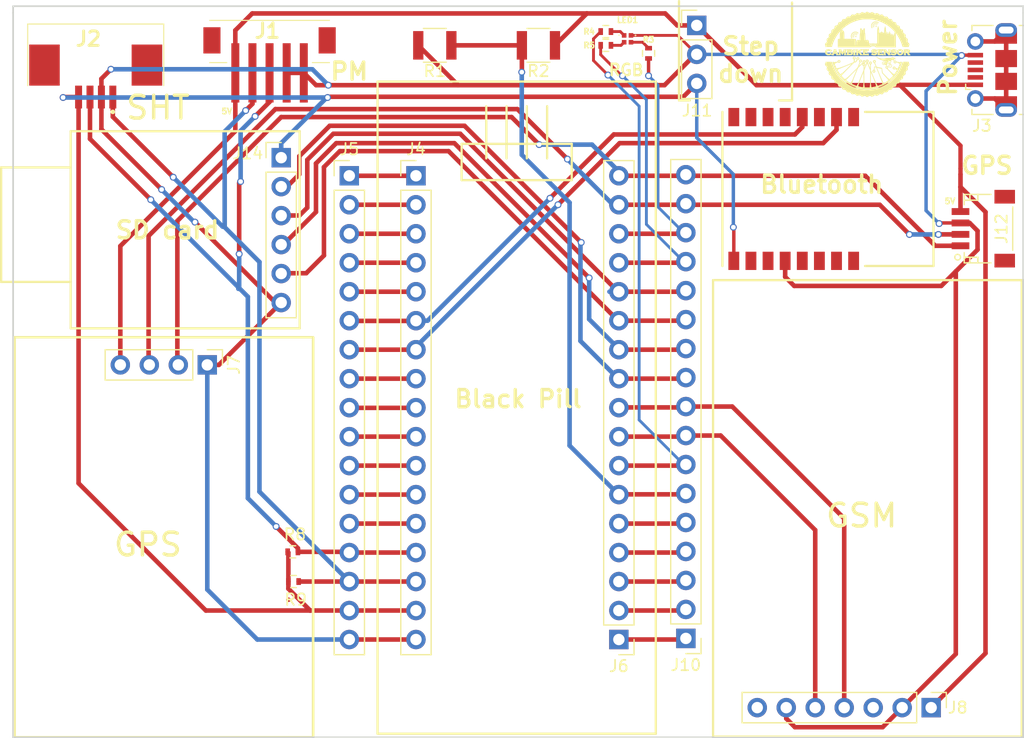
<source format=kicad_pcb>
(kicad_pcb (version 4) (host pcbnew 4.0.7)
  (layers (0 F.Cu signal hide) (31 B.Cu signal hide) (34 B.Paste user hide) (35 F.Paste user) (36 B.SilkS user) (37 F.SilkS user) (38 B.Mask user) (39 F.Mask user) (44 Edge.Cuts user))
  (net 0 "")
  (net 1 +3V3)
  (net 2 GND)
  (net 3 +5V)
  (net 4 "Net-(J10-Pad1)")
  (net 5 "Net-(J10-Pad4)")
  (net 6 "Net-(J10-Pad5)")
  (net 7 /GPS_RX)
  (net 8 /GPS_TX)
  (net 9 /CStoSD)
  (net 10 /SCKtoSD)
  (net 11 /MISOtoSD)
  (net 12 /MOSItoSD)
  (net 13 /Red)
  (net 14 /Bat)
  (net 15 /Blue)
  (net 16 /Green)
  (net 17 "Net-(IC1-Pad1)")
  (net 18 /BT_TX)
  (net 19 "Net-(IC1-Pad3)")
  (net 20 /BT_RX)
  (net 21 "Net-(IC1-Pad5)")
  (net 22 "Net-(IC1-Pad6)")
  (net 23 "Net-(IC1-Pad7)")
  (net 24 "Net-(IC1-Pad8)")
  (net 25 "Net-(IC1-Pad10)")
  (net 26 "Net-(IC1-Pad11)")
  (net 27 "Net-(IC1-Pad13)")
  (net 28 "Net-(IC1-Pad14)")
  (net 29 "Net-(IC1-Pad15)")
  (net 30 "Net-(IC1-Pad16)")
  (net 31 /SHT_SDA)
  (net 32 /SHT_SCL)
  (net 33 "Net-(J3-Pad6)")
  (net 34 "Net-(J3-Pad2)")
  (net 35 "Net-(J3-Pad4)")
  (net 36 "Net-(J3-Pad3)")
  (net 37 "Net-(J4-Pad1)")
  (net 38 "Net-(J4-Pad2)")
  (net 39 "Net-(J4-Pad3)")
  (net 40 "Net-(J4-Pad4)")
  (net 41 "Net-(J4-Pad8)")
  (net 42 "Net-(J4-Pad9)")
  (net 43 "Net-(J4-Pad10)")
  (net 44 "Net-(J4-Pad11)")
  (net 45 "Net-(J4-Pad12)")
  (net 46 "Net-(J4-Pad13)")
  (net 47 "Net-(J10-Pad2)")
  (net 48 "Net-(J10-Pad3)")
  (net 49 /GSM_RX)
  (net 50 /GSM_TX)
  (net 51 "Net-(J8-Pad7)")
  (net 52 "Net-(J4-Pad5)")
  (net 53 "Net-(LED1-Pad1)")
  (net 54 "Net-(LED1-Pad2)")
  (net 55 "Net-(LED1-Pad3)")
  (net 56 "Net-(J8-Pad3)")
  (module PCB:cambike_black (layer F.Cu) (at 243.586 59.563)
    (fp_text reference G*** hide)
    (fp_text value LOGO hide)
  )
  (module "Single pin:84953-4" (layer F.Cu) (at 175.9585 60.7695 180)
    (fp_text reference J2 (at 0.635 2.6035 180) (layer F.SilkS) (effects (font (size 1.27 1.27) (thickness 0.254))))
    (fp_text value Conn_01x04 hide)
    (pad 1 smd rect (at -1.5 -2.5 180) (size 0.61 2) (layers F.Cu F.Paste F.Mask) (net 31 /SHT_SDA))
    (pad 2 smd rect (at -0.5 -2.5 180) (size 0.61 2) (layers F.Cu F.Paste F.Mask) (net 2 GND))
    (pad 3 smd rect (at 0.5 -2.5 180) (size 0.61 2) (layers F.Cu F.Paste F.Mask) (net 32 /SHT_SCL))
    (pad 4 smd rect (at 1.5 -2.5 180) (size 0.61 2) (layers F.Cu F.Paste F.Mask) (net 1 +3V3))
    (pad 5 smd rect (at -4.49 0.3 180) (size 2.68 3.6) (layers F.Cu F.Paste F.Mask))
    (pad 6 smd rect (at 4.49 0.3 180) (size 2.68 3.6) (layers F.Cu F.Paste F.Mask))
  )
  (module "HM11 Bluetooth:HM-11-MODULE" (layer F.Cu) (at 242.3795 65.024 270)
    (fp_text reference IC1 hide)
    (fp_text value HM-11 hide)
    (pad 1 smd rect (at 0 0) (size 0.95 1.6) (layers F.Cu F.Paste F.Mask) (net 17 "Net-(IC1-Pad1)"))
    (pad 2 smd rect (at 0 1.5) (size 0.95 1.6) (layers F.Cu F.Paste F.Mask) (net 18 /BT_TX))
    (pad 3 smd rect (at 0 3) (size 0.95 1.6) (layers F.Cu F.Paste F.Mask) (net 19 "Net-(IC1-Pad3)"))
    (pad 4 smd rect (at 0 4.5) (size 0.95 1.6) (layers F.Cu F.Paste F.Mask) (net 20 /BT_RX))
    (pad 5 smd rect (at 0 6) (size 0.95 1.6) (layers F.Cu F.Paste F.Mask) (net 21 "Net-(IC1-Pad5)"))
    (pad 6 smd rect (at 0 7.5) (size 0.95 1.6) (layers F.Cu F.Paste F.Mask) (net 22 "Net-(IC1-Pad6)"))
    (pad 7 smd rect (at 0 9) (size 0.95 1.6) (layers F.Cu F.Paste F.Mask) (net 23 "Net-(IC1-Pad7)"))
    (pad 8 smd rect (at 0 10.5) (size 0.95 1.6) (layers F.Cu F.Paste F.Mask) (net 24 "Net-(IC1-Pad8)"))
    (pad 9 smd rect (at 12.6 10.5) (size 0.95 1.6) (layers F.Cu F.Paste F.Mask) (net 1 +3V3))
    (pad 10 smd rect (at 12.6 9) (size 0.95 1.6) (layers F.Cu F.Paste F.Mask) (net 25 "Net-(IC1-Pad10)"))
    (pad 11 smd rect (at 12.6 7.5) (size 0.95 1.6) (layers F.Cu F.Paste F.Mask) (net 26 "Net-(IC1-Pad11)"))
    (pad 12 smd rect (at 12.6 6) (size 0.95 1.6) (layers F.Cu F.Paste F.Mask) (net 2 GND))
    (pad 13 smd rect (at 12.6 4.5) (size 0.95 1.6) (layers F.Cu F.Paste F.Mask) (net 27 "Net-(IC1-Pad13)"))
    (pad 14 smd rect (at 12.6 3) (size 0.95 1.6) (layers F.Cu F.Paste F.Mask) (net 28 "Net-(IC1-Pad14)"))
    (pad 15 smd rect (at 12.6 1.5) (size 0.95 1.6) (layers F.Cu F.Paste F.Mask) (net 29 "Net-(IC1-Pad15)"))
    (pad 16 smd rect (at 12.6 0) (size 0.95 1.6) (layers F.Cu F.Paste F.Mask) (net 30 "Net-(IC1-Pad16)"))
  )
  (module Connectors_USB:USB_Micro-B_Molex-105017-0001 (layer F.Cu) (at 255.397 60.8965 90)
    (fp_text reference J3 (at -4.8895 -1.778 180) (layer F.SilkS))
    (fp_text value USB_OTG hide)
    (pad 6 smd rect (at 1 0.35 90) (size 1.5 1.9) (layers F.Cu F.Paste F.Mask) (net 33 "Net-(J3-Pad6)"))
    (pad 6 thru_hole circle (at -2.5 -2.35 90) (size 1.45 1.45) (drill 0.85) (layers *.Cu *.Mask) (net 33 "Net-(J3-Pad6)"))
    (pad 2 smd rect (at -0.65 -2.35 90) (size 0.4 1.35) (layers F.Cu F.Paste F.Mask) (net 34 "Net-(J3-Pad2)"))
    (pad 1 smd rect (at -1.3 -2.35 90) (size 0.4 1.35) (layers F.Cu F.Paste F.Mask) (net 3 +5V))
    (pad 5 smd rect (at 1.3 -2.35 90) (size 0.4 1.35) (layers F.Cu F.Paste F.Mask) (net 2 GND))
    (pad 4 smd rect (at 0.65 -2.35 90) (size 0.4 1.35) (layers F.Cu F.Paste F.Mask) (net 35 "Net-(J3-Pad4)"))
    (pad 3 smd rect (at 0 -2.35 90) (size 0.4 1.35) (layers F.Cu F.Paste F.Mask) (net 36 "Net-(J3-Pad3)"))
    (pad 6 thru_hole circle (at 2.5 -2.35 90) (size 1.45 1.45) (drill 0.85) (layers *.Cu *.Mask) (net 33 "Net-(J3-Pad6)"))
    (pad 6 smd rect (at -1 0.35 90) (size 1.5 1.9) (layers F.Cu F.Paste F.Mask) (net 33 "Net-(J3-Pad6)"))
    (pad 6 thru_hole oval (at -3.5 0.35 270) (size 1.2 1.9) (drill oval 0.6 1.3) (layers *.Cu *.Mask) (net 33 "Net-(J3-Pad6)"))
    (pad 6 thru_hole oval (at 3.5 0.35 90) (size 1.2 1.9) (drill oval 0.6 1.3) (layers *.Cu *.Mask) (net 33 "Net-(J3-Pad6)"))
    (pad 6 smd rect (at 2.9 0.35 90) (size 1.2 1.9) (layers F.Cu F.Mask) (net 33 "Net-(J3-Pad6)"))
    (pad 6 smd rect (at -2.9 0.35 90) (size 1.2 1.9) (layers F.Cu F.Mask) (net 33 "Net-(J3-Pad6)"))
  )
  (module Connectors_JST:JST_SH_SM04B-SRSS-TB_04x1.00mm_Angled (layer F.Cu) (at 253.6825 74.803 90)
    (fp_text reference J12 (at 0 1.651 90) (layer F.SilkS))
    (fp_text value Conn_01x04 hide)
    (pad 1 smd rect (at -1.5 -1.9375 90) (size 0.6 1.55) (layers F.Cu F.Paste F.Mask) (net 8 /GPS_TX))
    (pad 2 smd rect (at -0.5 -1.9375 90) (size 0.6 1.55) (layers F.Cu F.Paste F.Mask) (net 7 /GPS_RX))
    (pad 3 smd rect (at 0.5 -1.9375 90) (size 0.6 1.55) (layers F.Cu F.Paste F.Mask) (net 2 GND))
    (pad 4 smd rect (at 1.5 -1.9375 90) (size 0.6 1.55) (layers F.Cu F.Paste F.Mask) (net 3 +5V))
    (pad "" smd rect (at -2.8 1.9375 90) (size 1.2 1.8) (layers F.Cu F.Paste F.Mask))
    (pad "" smd rect (at 2.8 1.9375 90) (size 1.2 1.8) (layers F.Cu F.Paste F.Mask))
  )
  (module "Single pin:B5B-ZR-SM4-TF" (layer F.Cu) (at 191.1985 58.801)
    (fp_text reference J1 (at -0.1905 -1.3335) (layer F.SilkS) (effects (font (size 1.27 1.27) (thickness 0.254))))
    (fp_text value Conn_01x05 hide)
    (pad 5 smd rect (at 2.9969 2.35) (size 0.7 5.2) (layers F.Cu F.Paste F.Mask) (net 2 GND))
    (pad 1 smd rect (at -3.00438 2.35) (size 0.7 5.2) (layers F.Cu F.Paste F.Mask) (net 3 +5V))
    (pad 2 smd rect (at -1.50438 2.35) (size 0.7 5.2) (layers F.Cu F.Paste F.Mask) (net 31 /SHT_SDA))
    (pad 3 smd rect (at -0.00438 2.35) (size 0.7 5.2) (layers F.Cu F.Paste F.Mask) (net 32 /SHT_SCL))
    (pad 4 smd rect (at 1.49562 2.35) (size 0.7 5.2) (layers F.Cu F.Paste F.Mask) (net 2 GND))
    (pad 6 smd rect (at -5.05438 -0.5) (size 1.5 2.3) (layers F.Cu F.Paste F.Mask))
    (pad 7 smd rect (at 5.04562 -0.5) (size 1.5 2.3) (layers F.Cu F.Paste F.Mask))
  )
  (module SamacSys:UHD1110FKACL1A13r3q1BBQFMF3 (layer F.Cu) (at 222.5675 58.166)
    (fp_text reference LED1 (at 0 -1.651) (layer F.SilkS) (effects (font (size 0.5 0.5) (thickness 0.125))))
    (fp_text value UHD1110-FKA-CL1A13r3q1BBQFMF3 hide)
    (pad 1 smd rect (at -0.3 -0.3 90) (size 0.4 0.4) (layers F.Cu F.Paste F.Mask) (net 53 "Net-(LED1-Pad1)"))
    (pad 2 smd rect (at -0.3 0.3 90) (size 0.4 0.4) (layers F.Cu F.Paste F.Mask) (net 54 "Net-(LED1-Pad2)"))
    (pad 3 smd rect (at 0.3 0.3 90) (size 0.4 0.4) (layers F.Cu F.Paste F.Mask) (net 55 "Net-(LED1-Pad3)"))
    (pad 4 smd rect (at 0.3 -0.3 90) (size 0.4 0.4) (layers F.Cu F.Paste F.Mask) (net 2 GND))
  )
  (module Resistors_SMD:R_0402 (layer F.Cu) (at 224.409 59.436 90)
    (fp_text reference R3 (at 1.2065 0 180) (layer F.SilkS) (effects (font (size 0.5 0.5) (thickness 0.125))))
    (fp_text value 330)
    (pad 1 smd rect (at -0.45 0 90) (size 0.4 0.6) (layers F.Cu F.Paste F.Mask) (net 13 /Red))
    (pad 2 smd rect (at 0.45 0 90) (size 0.4 0.6) (layers F.Cu F.Paste F.Mask) (net 55 "Net-(LED1-Pad3)"))
  )
  (module Resistors_SMD:R_0402 (layer F.Cu) (at 220.6625 57.531)
    (fp_text reference R4 (at -1.4605 0) (layer F.SilkS) (effects (font (size 0.5 0.5) (thickness 0.125))))
    (fp_text value 100)
    (pad 1 smd rect (at -0.45 0) (size 0.4 0.6) (layers F.Cu F.Paste F.Mask) (net 15 /Blue))
    (pad 2 smd rect (at 0.45 0) (size 0.4 0.6) (layers F.Cu F.Paste F.Mask) (net 53 "Net-(LED1-Pad1)"))
  )
  (module Resistors_SMD:R_0402 (layer F.Cu) (at 220.6625 58.7375 180)
    (fp_text reference R5 (at 1.4605 0 180) (layer F.SilkS) (effects (font (size 0.5 0.5) (thickness 0.125))))
    (fp_text value 100)
    (pad 1 smd rect (at -0.45 0 180) (size 0.4 0.6) (layers F.Cu F.Paste F.Mask) (net 54 "Net-(LED1-Pad2)"))
    (pad 2 smd rect (at 0.45 0 180) (size 0.4 0.6) (layers F.Cu F.Paste F.Mask) (net 16 /Green))
  )
  (module Resistors_SMD:R_1210 (layer F.Cu) (at 205.6765 58.7375 180)
    (fp_text reference R1 (at 0 -2.25 180) (layer F.SilkS))
    (fp_text value 10k)
    (pad 1 smd rect (at -1.45 0 180) (size 0.9 2.5) (layers F.Cu F.Paste F.Mask) (net 14 /Bat))
    (pad 2 smd rect (at 1.45 0 180) (size 0.9 2.5) (layers F.Cu F.Paste F.Mask) (net 2 GND))
  )
  (module Resistors_SMD:R_1210 (layer F.Cu) (at 214.757 58.7375 180)
    (fp_text reference R2 (at 0 -2.25 180) (layer F.SilkS))
    (fp_text value 10k)
    (pad 1 smd rect (at -1.45 0 180) (size 0.9 2.5) (layers F.Cu F.Paste F.Mask) (net 3 +5V))
    (pad 2 smd rect (at 1.45 0 180) (size 0.9 2.5) (layers F.Cu F.Paste F.Mask) (net 14 /Bat))
  )
  (module Socket_Strips:Socket_Strip_Straight_1x17_Pitch2.54mm (layer F.Cu) (at 204.0255 70.1675)
    (fp_text reference J4 (at 0 -2.33) (layer F.SilkS))
    (fp_text value Conn_01x17 hide)
    (pad 1 thru_hole rect (at 0 0) (size 1.7 1.7) (drill 1) (layers *.Cu *.Mask) (net 37 "Net-(J4-Pad1)"))
    (pad 2 thru_hole oval (at 0 2.54) (size 1.7 1.7) (drill 1) (layers *.Cu *.Mask) (net 38 "Net-(J4-Pad2)"))
    (pad 3 thru_hole oval (at 0 5.08) (size 1.7 1.7) (drill 1) (layers *.Cu *.Mask) (net 39 "Net-(J4-Pad3)"))
    (pad 4 thru_hole oval (at 0 7.62) (size 1.7 1.7) (drill 1) (layers *.Cu *.Mask) (net 40 "Net-(J4-Pad4)"))
    (pad 5 thru_hole oval (at 0 10.16) (size 1.7 1.7) (drill 1) (layers *.Cu *.Mask) (net 52 "Net-(J4-Pad5)"))
    (pad 6 thru_hole oval (at 0 12.7) (size 1.7 1.7) (drill 1) (layers *.Cu *.Mask) (net 20 /BT_RX))
    (pad 7 thru_hole oval (at 0 15.24) (size 1.7 1.7) (drill 1) (layers *.Cu *.Mask) (net 18 /BT_TX))
    (pad 8 thru_hole oval (at 0 17.78) (size 1.7 1.7) (drill 1) (layers *.Cu *.Mask) (net 41 "Net-(J4-Pad8)"))
    (pad 9 thru_hole oval (at 0 20.32) (size 1.7 1.7) (drill 1) (layers *.Cu *.Mask) (net 42 "Net-(J4-Pad9)"))
    (pad 10 thru_hole oval (at 0 22.86) (size 1.7 1.7) (drill 1) (layers *.Cu *.Mask) (net 43 "Net-(J4-Pad10)"))
    (pad 11 thru_hole oval (at 0 25.4) (size 1.7 1.7) (drill 1) (layers *.Cu *.Mask) (net 44 "Net-(J4-Pad11)"))
    (pad 12 thru_hole oval (at 0 27.94) (size 1.7 1.7) (drill 1) (layers *.Cu *.Mask) (net 45 "Net-(J4-Pad12)"))
    (pad 13 thru_hole oval (at 0 30.48) (size 1.7 1.7) (drill 1) (layers *.Cu *.Mask) (net 46 "Net-(J4-Pad13)"))
    (pad 14 thru_hole oval (at 0 33.02) (size 1.7 1.7) (drill 1) (layers *.Cu *.Mask) (net 32 /SHT_SCL))
    (pad 15 thru_hole oval (at 0 35.56) (size 1.7 1.7) (drill 1) (layers *.Cu *.Mask) (net 31 /SHT_SDA))
    (pad 16 thru_hole oval (at 0 38.1) (size 1.7 1.7) (drill 1) (layers *.Cu *.Mask) (net 1 +3V3))
    (pad 17 thru_hole oval (at 0 40.64) (size 1.7 1.7) (drill 1) (layers *.Cu *.Mask) (net 2 GND))
  )
  (module Socket_Strips:Socket_Strip_Straight_1x17_Pitch2.54mm (layer F.Cu) (at 198.1835 70.1675)
    (fp_text reference J5 (at 0 -2.33) (layer F.SilkS))
    (fp_text value Conn_01x17 hide)
    (pad 1 thru_hole rect (at 0 0) (size 1.7 1.7) (drill 1) (layers *.Cu *.Mask) (net 37 "Net-(J4-Pad1)"))
    (pad 2 thru_hole oval (at 0 2.54) (size 1.7 1.7) (drill 1) (layers *.Cu *.Mask) (net 38 "Net-(J4-Pad2)"))
    (pad 3 thru_hole oval (at 0 5.08) (size 1.7 1.7) (drill 1) (layers *.Cu *.Mask) (net 39 "Net-(J4-Pad3)"))
    (pad 4 thru_hole oval (at 0 7.62) (size 1.7 1.7) (drill 1) (layers *.Cu *.Mask) (net 40 "Net-(J4-Pad4)"))
    (pad 5 thru_hole oval (at 0 10.16) (size 1.7 1.7) (drill 1) (layers *.Cu *.Mask) (net 52 "Net-(J4-Pad5)"))
    (pad 6 thru_hole oval (at 0 12.7) (size 1.7 1.7) (drill 1) (layers *.Cu *.Mask) (net 20 /BT_RX))
    (pad 7 thru_hole oval (at 0 15.24) (size 1.7 1.7) (drill 1) (layers *.Cu *.Mask) (net 18 /BT_TX))
    (pad 8 thru_hole oval (at 0 17.78) (size 1.7 1.7) (drill 1) (layers *.Cu *.Mask) (net 41 "Net-(J4-Pad8)"))
    (pad 9 thru_hole oval (at 0 20.32) (size 1.7 1.7) (drill 1) (layers *.Cu *.Mask) (net 42 "Net-(J4-Pad9)"))
    (pad 10 thru_hole oval (at 0 22.86) (size 1.7 1.7) (drill 1) (layers *.Cu *.Mask) (net 43 "Net-(J4-Pad10)"))
    (pad 11 thru_hole oval (at 0 25.4) (size 1.7 1.7) (drill 1) (layers *.Cu *.Mask) (net 44 "Net-(J4-Pad11)"))
    (pad 12 thru_hole oval (at 0 27.94) (size 1.7 1.7) (drill 1) (layers *.Cu *.Mask) (net 45 "Net-(J4-Pad12)"))
    (pad 13 thru_hole oval (at 0 30.48) (size 1.7 1.7) (drill 1) (layers *.Cu *.Mask) (net 46 "Net-(J4-Pad13)"))
    (pad 14 thru_hole oval (at 0 33.02) (size 1.7 1.7) (drill 1) (layers *.Cu *.Mask) (net 32 /SHT_SCL))
    (pad 15 thru_hole oval (at 0 35.56) (size 1.7 1.7) (drill 1) (layers *.Cu *.Mask) (net 31 /SHT_SDA))
    (pad 16 thru_hole oval (at 0 38.1) (size 1.7 1.7) (drill 1) (layers *.Cu *.Mask) (net 1 +3V3))
    (pad 17 thru_hole oval (at 0 40.64) (size 1.7 1.7) (drill 1) (layers *.Cu *.Mask) (net 2 GND))
  )
  (module Socket_Strips:Socket_Strip_Straight_1x17_Pitch2.54mm (layer F.Cu) (at 221.8055 110.8075 180)
    (fp_text reference J6 (at 0 -2.33 180) (layer F.SilkS))
    (fp_text value Conn_01x17 hide)
    (pad 1 thru_hole rect (at 0 0 180) (size 1.7 1.7) (drill 1) (layers *.Cu *.Mask) (net 4 "Net-(J10-Pad1)"))
    (pad 2 thru_hole oval (at 0 2.54 180) (size 1.7 1.7) (drill 1) (layers *.Cu *.Mask) (net 47 "Net-(J10-Pad2)"))
    (pad 3 thru_hole oval (at 0 5.08 180) (size 1.7 1.7) (drill 1) (layers *.Cu *.Mask) (net 48 "Net-(J10-Pad3)"))
    (pad 4 thru_hole oval (at 0 7.62 180) (size 1.7 1.7) (drill 1) (layers *.Cu *.Mask) (net 5 "Net-(J10-Pad4)"))
    (pad 5 thru_hole oval (at 0 10.16 180) (size 1.7 1.7) (drill 1) (layers *.Cu *.Mask) (net 6 "Net-(J10-Pad5)"))
    (pad 6 thru_hole oval (at 0 12.7 180) (size 1.7 1.7) (drill 1) (layers *.Cu *.Mask) (net 14 /Bat))
    (pad 7 thru_hole oval (at 0 15.24 180) (size 1.7 1.7) (drill 1) (layers *.Cu *.Mask) (net 15 /Blue))
    (pad 8 thru_hole oval (at 0 17.78 180) (size 1.7 1.7) (drill 1) (layers *.Cu *.Mask) (net 49 /GSM_RX))
    (pad 9 thru_hole oval (at 0 20.32 180) (size 1.7 1.7) (drill 1) (layers *.Cu *.Mask) (net 50 /GSM_TX))
    (pad 10 thru_hole oval (at 0 22.86 180) (size 1.7 1.7) (drill 1) (layers *.Cu *.Mask) (net 9 /CStoSD))
    (pad 11 thru_hole oval (at 0 25.4 180) (size 1.7 1.7) (drill 1) (layers *.Cu *.Mask) (net 10 /SCKtoSD))
    (pad 12 thru_hole oval (at 0 27.94 180) (size 1.7 1.7) (drill 1) (layers *.Cu *.Mask) (net 11 /MISOtoSD))
    (pad 13 thru_hole oval (at 0 30.48 180) (size 1.7 1.7) (drill 1) (layers *.Cu *.Mask) (net 12 /MOSItoSD))
    (pad 14 thru_hole oval (at 0 33.02 180) (size 1.7 1.7) (drill 1) (layers *.Cu *.Mask) (net 16 /Green))
    (pad 15 thru_hole oval (at 0 35.56 180) (size 1.7 1.7) (drill 1) (layers *.Cu *.Mask) (net 13 /Red))
    (pad 16 thru_hole oval (at 0 38.1 180) (size 1.7 1.7) (drill 1) (layers *.Cu *.Mask) (net 7 /GPS_RX))
    (pad 17 thru_hole oval (at 0 40.64 180) (size 1.7 1.7) (drill 1) (layers *.Cu *.Mask) (net 8 /GPS_TX))
  )
  (module Socket_Strips:Socket_Strip_Straight_1x04_Pitch2.54mm (layer F.Cu) (at 185.7375 86.741 270)
    (fp_text reference J7 (at 0 -2.33 270) (layer F.SilkS))
    (fp_text value Conn_01x04 hide)
    (pad 1 thru_hole rect (at 0 0 270) (size 1.7 1.7) (drill 1) (layers *.Cu *.Mask) (net 2 GND))
    (pad 2 thru_hole oval (at 0 2.54 270) (size 1.7 1.7) (drill 1) (layers *.Cu *.Mask) (net 8 /GPS_TX))
    (pad 3 thru_hole oval (at 0 5.08 270) (size 1.7 1.7) (drill 1) (layers *.Cu *.Mask) (net 7 /GPS_RX))
    (pad 4 thru_hole oval (at 0 7.62 270) (size 1.7 1.7) (drill 1) (layers *.Cu *.Mask) (net 3 +5V))
  )
  (module Socket_Strips:Socket_Strip_Straight_1x07_Pitch2.54mm (layer F.Cu) (at 249.174 116.7765 270)
    (fp_text reference J8 (at 0 -2.33 360) (layer F.SilkS))
    (fp_text value Conn_01x07 hide)
    (pad 1 thru_hole rect (at 0 0 270) (size 1.7 1.7) (drill 1) (layers *.Cu *.Mask) (net 3 +5V))
    (pad 2 thru_hole oval (at 0 2.54 270) (size 1.7 1.7) (drill 1) (layers *.Cu *.Mask) (net 2 GND))
    (pad 3 thru_hole oval (at 0 5.08 270) (size 1.7 1.7) (drill 1) (layers *.Cu *.Mask) (net 56 "Net-(J8-Pad3)"))
    (pad 4 thru_hole oval (at 0 7.62 270) (size 1.7 1.7) (drill 1) (layers *.Cu *.Mask) (net 50 /GSM_TX))
    (pad 5 thru_hole oval (at 0 10.16 270) (size 1.7 1.7) (drill 1) (layers *.Cu *.Mask) (net 49 /GSM_RX))
    (pad 6 thru_hole oval (at 0 12.7 270) (size 1.7 1.7) (drill 1) (layers *.Cu *.Mask) (net 2 GND))
    (pad 7 thru_hole oval (at 0 15.24 270) (size 1.7 1.7) (drill 1) (layers *.Cu *.Mask) (net 51 "Net-(J8-Pad7)"))
  )
  (module Socket_Strips:Socket_Strip_Straight_1x17_Pitch2.54mm (layer F.Cu) (at 227.67925 110.71225 180)
    (fp_text reference J10 (at 0 -2.33 180) (layer F.SilkS))
    (fp_text value Conn_01x17 hide)
    (pad 1 thru_hole rect (at 0 0 180) (size 1.7 1.7) (drill 1) (layers *.Cu *.Mask) (net 4 "Net-(J10-Pad1)"))
    (pad 2 thru_hole oval (at 0 2.54 180) (size 1.7 1.7) (drill 1) (layers *.Cu *.Mask) (net 47 "Net-(J10-Pad2)"))
    (pad 3 thru_hole oval (at 0 5.08 180) (size 1.7 1.7) (drill 1) (layers *.Cu *.Mask) (net 48 "Net-(J10-Pad3)"))
    (pad 4 thru_hole oval (at 0 7.62 180) (size 1.7 1.7) (drill 1) (layers *.Cu *.Mask) (net 5 "Net-(J10-Pad4)"))
    (pad 5 thru_hole oval (at 0 10.16 180) (size 1.7 1.7) (drill 1) (layers *.Cu *.Mask) (net 6 "Net-(J10-Pad5)"))
    (pad 6 thru_hole oval (at 0 12.7 180) (size 1.7 1.7) (drill 1) (layers *.Cu *.Mask) (net 14 /Bat))
    (pad 7 thru_hole oval (at 0 15.24 180) (size 1.7 1.7) (drill 1) (layers *.Cu *.Mask) (net 15 /Blue))
    (pad 8 thru_hole oval (at 0 17.78 180) (size 1.7 1.7) (drill 1) (layers *.Cu *.Mask) (net 49 /GSM_RX))
    (pad 9 thru_hole oval (at 0 20.32 180) (size 1.7 1.7) (drill 1) (layers *.Cu *.Mask) (net 50 /GSM_TX))
    (pad 10 thru_hole oval (at 0 22.86 180) (size 1.7 1.7) (drill 1) (layers *.Cu *.Mask) (net 9 /CStoSD))
    (pad 11 thru_hole oval (at 0 25.4 180) (size 1.7 1.7) (drill 1) (layers *.Cu *.Mask) (net 10 /SCKtoSD))
    (pad 12 thru_hole oval (at 0 27.94 180) (size 1.7 1.7) (drill 1) (layers *.Cu *.Mask) (net 11 /MISOtoSD))
    (pad 13 thru_hole oval (at 0 30.48 180) (size 1.7 1.7) (drill 1) (layers *.Cu *.Mask) (net 12 /MOSItoSD))
    (pad 14 thru_hole oval (at 0 33.02 180) (size 1.7 1.7) (drill 1) (layers *.Cu *.Mask) (net 16 /Green))
    (pad 15 thru_hole oval (at 0 35.56 180) (size 1.7 1.7) (drill 1) (layers *.Cu *.Mask) (net 13 /Red))
    (pad 16 thru_hole oval (at 0 38.1 180) (size 1.7 1.7) (drill 1) (layers *.Cu *.Mask) (net 7 /GPS_RX))
    (pad 17 thru_hole oval (at 0 40.64 180) (size 1.7 1.7) (drill 1) (layers *.Cu *.Mask) (net 8 /GPS_TX))
  )
  (module Socket_Strips:Socket_Strip_Straight_1x03_Pitch2.54mm (layer F.Cu) (at 228.63175 56.99125)
    (fp_text reference J11 (at 0.03175 7.46125) (layer F.SilkS))
    (fp_text value Conn_01x03 hide)
    (pad 1 thru_hole rect (at 0 0) (size 1.7 1.7) (drill 1) (layers *.Cu *.Mask) (net 3 +5V))
    (pad 2 thru_hole oval (at 0 2.54) (size 1.7 1.7) (drill 1) (layers *.Cu *.Mask) (net 2 GND))
    (pad 3 thru_hole oval (at 0 5.08) (size 1.7 1.7) (drill 1) (layers *.Cu *.Mask) (net 1 +3V3))
  )
  (module Socket_Strips:Socket_Strip_Straight_1x06_Pitch2.54mm (layer F.Cu) (at 192.2145 68.58)
    (fp_text reference J14 (at -2.921 -0.381) (layer F.SilkS))
    (fp_text value Conn_01x06 hide)
    (pad 1 thru_hole rect (at 0 0) (size 1.7 1.7) (drill 1) (layers *.Cu *.Mask) (net 1 +3V3))
    (pad 2 thru_hole oval (at 0 2.54) (size 1.7 1.7) (drill 1) (layers *.Cu *.Mask) (net 9 /CStoSD))
    (pad 3 thru_hole oval (at 0 5.08) (size 1.7 1.7) (drill 1) (layers *.Cu *.Mask) (net 12 /MOSItoSD))
    (pad 4 thru_hole oval (at 0 7.62) (size 1.7 1.7) (drill 1) (layers *.Cu *.Mask) (net 10 /SCKtoSD))
    (pad 5 thru_hole oval (at 0 10.16) (size 1.7 1.7) (drill 1) (layers *.Cu *.Mask) (net 11 /MISOtoSD))
    (pad 6 thru_hole oval (at 0 12.7) (size 1.7 1.7) (drill 1) (layers *.Cu *.Mask) (net 2 GND))
  )
  (module Resistors_SMD:R_0402 (layer F.Cu) (at 193.2305 103.124 180)
    (fp_text reference R8 (at -0.1905 1.524 180) (layer F.SilkS))
    (fp_text value 10k hide)
    (pad 1 smd rect (at -0.45 0 180) (size 0.4 0.6) (layers F.Cu F.Paste F.Mask) (net 32 /SHT_SCL))
    (pad 2 smd rect (at 0.45 0 180) (size 0.4 0.6) (layers F.Cu F.Paste F.Mask) (net 1 +3V3))
  )
  (module Resistors_SMD:R_0402 (layer F.Cu) (at 193.294 105.7275 180)
    (fp_text reference R9 (at -0.1905 -1.5875 180) (layer F.SilkS))
    (fp_text value 10k hide)
    (pad 1 smd rect (at -0.45 0 180) (size 0.4 0.6) (layers F.Cu F.Paste F.Mask) (net 31 /SHT_SDA))
    (pad 2 smd rect (at 0.45 0 180) (size 0.4 0.6) (layers F.Cu F.Paste F.Mask) (net 1 +3V3))
  )
  (module Mounting_Holes:MountingHole_3.2mm_M3 (layer F.Cu) (at 192.2145 117.348)
    (fp_text reference MK1 hide)
    (fp_text value Mounting_Hole hide)
    (pad 1 np_thru_hole circle (at 0 0) (size 3.2 3.2) (drill 3.2) (layers *.Cu *.Mask))
  )
  (module Mounting_Holes:MountingHole_3.2mm_M3 (layer F.Cu) (at 232.6005 82.3595)
    (fp_text reference MK2 hide)
    (fp_text value Mounting_Hole hide)
    (pad 1 np_thru_hole circle (at 0 0) (size 3.2 3.2) (drill 3.2) (layers *.Cu *.Mask))
  )
  (gr_text 5V (at 250.825 72.39) (layer F.SilkS) (effects (font (size 0.5 0.5) (thickness 0.125))))
  (gr_text 5V (at 187.452 64.516) (layer F.SilkS) (effects (font (size 0.5 0.5) (thickness 0.125))))
  (gr_line (start 236.982 63.5635) (end 236.982 54.991) (angle 90) (layer F.SilkS) (width 0.2))
  (gr_line (start 236.982 63.5635) (end 235.839 63.5635) (angle 90) (layer F.SilkS) (width 0.2))
  (gr_line (start 227.076 63.5635) (end 228.0285 63.5635) (angle 90) (layer F.SilkS) (width 0.2))
  (gr_line (start 227.076 63.5635) (end 227.076 54.864) (angle 90) (layer F.SilkS) (width 0.2))
  (gr_line (start 257.2385 55.3085) (end 257.2385 55.88) (angle 90) (layer Edge.Cuts) (width 0.15))
  (gr_line (start 168.7195 55.88) (end 168.7195 55.3085) (angle 90) (layer Edge.Cuts) (width 0.15))
  (gr_text + (at 223.266 57.8485) (layer F.SilkS) (effects (font (size 0.2 0.2) (thickness 0.05))))
  (gr_text RGB (at 222.4405 60.8965) (layer F.SilkS) (effects (font (size 1 1) (thickness 0.2))))
  (gr_line (start 168.7195 55.88) (end 168.7195 119.38) (angle 90) (layer Edge.Cuts) (width 0.15))
  (gr_line (start 257.2385 55.88) (end 257.2385 119.38) (angle 90) (layer Edge.Cuts) (width 0.15))
  (gr_line (start 168.7195 55.3085) (end 257.2385 55.3085) (angle 90) (layer Edge.Cuts) (width 0.15))
  (gr_line (start 168.7195 119.38) (end 257.2385 119.38) (angle 90) (layer Edge.Cuts) (width 0.15))
  (gr_line (start 167.67175 79.47025) (end 173.76775 79.47025) (angle 90) (layer F.SilkS) (width 0.2))
  (gr_line (start 167.67175 69.43725) (end 167.67175 79.47025) (angle 90) (layer F.SilkS) (width 0.2))
  (gr_line (start 173.64075 69.43725) (end 167.67175 69.43725) (angle 90) (layer F.SilkS) (width 0.2))
  (gr_line (start 230.0605 119.3165) (end 230.0605 79.3115) (angle 90) (layer F.SilkS) (width 0.2))
  (gr_line (start 257.1115 119.3165) (end 230.0605 119.3165) (angle 90) (layer F.SilkS) (width 0.2))
  (gr_line (start 257.1115 79.3115) (end 257.1115 119.3165) (angle 90) (layer F.SilkS) (width 0.2))
  (gr_line (start 230.0605 79.3115) (end 257.1115 79.3115) (angle 90) (layer F.SilkS) (width 0.2))
  (gr_text SHT (at 181.4195 64.1985) (layer F.SilkS) (effects (font (size 2 2) (thickness 0.3))))
  (gr_line (start 168.8465 119.38) (end 168.8465 84.328) (angle 90) (layer F.SilkS) (width 0.2))
  (gr_text GSM (at 243.078 99.949) (layer F.SilkS) (effects (font (size 2 2) (thickness 0.3))))
  (gr_line (start 195.0085 84.328) (end 195.0085 119.38) (angle 90) (layer F.SilkS) (width 0.2))
  (gr_line (start 195.0085 119.38) (end 168.8465 119.38) (angle 90) (layer F.SilkS) (width 0.2))
  (gr_line (start 168.8465 84.328) (end 195.0085 84.328) (angle 90) (layer F.SilkS) (width 0.2))
  (gr_line (start 168.8465 84.328) (end 195.0085 84.328) (angle 90) (layer F.SilkS) (width 0.2))
  (gr_line (start 168.8465 119.38) (end 168.8465 84.328) (angle 90) (layer F.SilkS) (width 0.2))
  (gr_line (start 195.0085 119.38) (end 168.8465 119.38) (angle 90) (layer F.SilkS) (width 0.2))
  (gr_line (start 195.0085 84.328) (end 195.0085 119.38) (angle 90) (layer F.SilkS) (width 0.2))
  (gr_line (start 195.0085 84.328) (end 195.0085 119.38) (angle 90) (layer F.SilkS) (width 0.2))
  (gr_line (start 195.0085 119.38) (end 168.8465 119.38) (angle 90) (layer F.SilkS) (width 0.2))
  (gr_line (start 168.8465 119.38) (end 168.8465 84.328) (angle 90) (layer F.SilkS) (width 0.2))
  (gr_line (start 168.8465 84.328) (end 195.0085 84.328) (angle 90) (layer F.SilkS) (width 0.2))
  (gr_text Bluetooth (at 239.5855 70.9295) (layer F.SilkS) (effects (font (size 1.5 1.5) (thickness 0.3))))
  (gr_line (start 211.963 68.6435) (end 211.963 64.0715) (angle 90) (layer F.SilkS) (width 0.2))
  (gr_line (start 213.741 68.6435) (end 213.741 64.0715) (angle 90) (layer F.SilkS) (width 0.2))
  (gr_line (start 215.519 68.6435) (end 215.519 64.0715) (angle 90) (layer F.SilkS) (width 0.2))
  (gr_line (start 210.185 68.6435) (end 210.185 64.0715) (angle 90) (layer F.SilkS) (width 0.2))
  (gr_line (start 217.678 70.5485) (end 208.026 70.5485) (angle 90) (layer F.SilkS) (width 0.2))
  (gr_line (start 217.678 67.3735) (end 217.678 70.5485) (angle 90) (layer F.SilkS) (width 0.2))
  (gr_line (start 208.026 67.3735) (end 217.678 67.3735) (angle 90) (layer F.SilkS) (width 0.2))
  (gr_line (start 208.026 70.5485) (end 208.026 67.3735) (angle 90) (layer F.SilkS) (width 0.2))
  (gr_text Power (at 250.6345 59.817 90) (layer F.SilkS) (effects (font (size 1.5 1.5) (thickness 0.3))))
  (gr_text GPS (at 254.0635 69.2785) (layer F.SilkS) (effects (font (size 1.5 1.5) (thickness 0.3))))
  (gr_text PM (at 198.1835 61.0235) (layer F.SilkS) (effects (font (size 1.5 1.5) (thickness 0.3))))
  (gr_text "SD card" (at 182.245 74.93) (layer F.SilkS) (effects (font (size 1.5 1.5) (thickness 0.3))))
  (gr_line (start 173.76775 83.53425) (end 193.83375 83.53425) (angle 90) (layer F.SilkS) (width 0.2))
  (gr_line (start 173.76775 66.26225) (end 173.76775 83.53425) (angle 90) (layer F.SilkS) (width 0.2))
  (gr_line (start 193.83375 66.26225) (end 173.76775 66.26225) (angle 90) (layer F.SilkS) (width 0.2))
  (gr_line (start 193.83375 83.53425) (end 193.83375 66.26225) (angle 90) (layer F.SilkS) (width 0.2))
  (gr_text " Step \ndown" (at 233.3625 60.0075) (layer F.SilkS) (effects (font (size 1.5 1.5) (thickness 0.3))))
  (gr_text "Black Pill" (at 212.979 89.7255) (layer F.SilkS) (effects (font (size 1.5 1.5) (thickness 0.3))))
  (gr_text GPS (at 180.5305 102.489) (layer F.SilkS) (effects (font (size 2 2) (thickness 0.3))))
  (gr_line (start 168.8465 84.328) (end 195.0085 84.328) (angle 90) (layer F.SilkS) (width 0.2))
  (gr_line (start 168.8465 119.38) (end 168.8465 84.328) (angle 90) (layer F.SilkS) (width 0.2))
  (gr_line (start 195.0085 119.38) (end 168.8465 119.38) (angle 90) (layer F.SilkS) (width 0.2))
  (gr_line (start 195.0085 84.328) (end 195.0085 119.38) (angle 90) (layer F.SilkS) (width 0.2))
  (gr_line (start 200.66 119.0625) (end 200.66 61.9125) (angle 90) (layer F.SilkS) (width 0.2))
  (gr_line (start 225.044 119.0625) (end 200.66 119.0625) (angle 90) (layer F.SilkS) (width 0.2))
  (gr_line (start 225.044 61.9125) (end 225.044 119.0625) (angle 90) (layer F.SilkS) (width 0.2))
  (gr_line (start 200.66 61.9125) (end 225.044 61.9125) (angle 90) (layer F.SilkS) (width 0.2))
  (segment (start -59.4995 124.1425) (end -59.4995 124.0155) (width 0.4) (layer B.Cu) (net 0))
  (segment (start -64.5795 124.1425) (end -64.5795 124.0155) (width 0.4) (layer F.Cu) (net 0))
  (segment (start -64.5795 124.1425) (end -64.8335 124.1425) (width 0.4) (layer F.Cu) (net 0))
  (segment (start -53.1495 70.6755) (end -53.2765 70.6755) (width 0.4) (layer F.Cu) (net 0))
  (segment (start -54.4195 70.6755) (end -53.2765 70.6755) (width 0.4) (layer F.Cu) (net 0))
  (segment (start 192.8495 107.3205) (end 192.855 107.3205) (width 0.4) (layer F.Cu) (net 0))
  (segment (start 174.4585 63.2695) (end 174.4585 97.1155) (width 0.4) (layer F.Cu) (net 1))
  (segment (start 185.6105 108.2675) (end 194.7545 108.2675) (width 0.4) (layer F.Cu) (net 1))
  (segment (start 174.4585 97.1155) (end 185.6105 108.2675) (width 0.4) (layer F.Cu) (net 1))
  (segment (start 196.2785 63.3095) (end 173.101 63.3095) (width 0.4) (layer B.Cu) (net 1))
  (segment (start 173.141 63.2695) (end 174.4585 63.2695) (width 0.4) (layer F.Cu) (net 1))
  (segment (start 173.101 63.3095) (end 173.141 63.2695) (width 0.4) (layer F.Cu) (net 1))
  (via (at 173.101 63.3095) (size 0.6) (drill 0.4) (layers F.Cu B.Cu) (net 1))
  (segment (start 192.844 105.7275) (end 192.844 103.1875) (width 0.4) (layer F.Cu) (net 1))
  (segment (start 192.844 103.1875) (end 192.7805 103.124) (width 0.4) (layer F.Cu) (net 1))
  (segment (start 192.844 105.7275) (end 192.844 106.357) (width 0.4) (layer F.Cu) (net 1))
  (segment (start 192.844 106.357) (end 194.7545 108.2675) (width 0.4) (layer F.Cu) (net 1))
  (segment (start 194.7545 108.2675) (end 198.1835 108.2675) (width 0.4) (layer F.Cu) (net 1))
  (segment (start 196.2785 63.3095) (end 196.215 63.3095) (width 0.4) (layer B.Cu) (net 1))
  (segment (start 192.2145 67.31) (end 192.2145 68.58) (width 0.4) (layer B.Cu) (net 1))
  (segment (start 196.215 63.3095) (end 192.2145 67.31) (width 0.4) (layer B.Cu) (net 1))
  (segment (start 227.457 63.246) (end 228.63175 62.07125) (width 0.4) (layer F.Cu) (net 1))
  (segment (start 196.342 63.246) (end 227.457 63.246) (width 0.4) (layer F.Cu) (net 1))
  (segment (start 196.2785 63.3095) (end 196.342 63.246) (width 0.4) (layer F.Cu) (net 1))
  (via (at 196.2785 63.3095) (size 0.6) (drill 0.4) (layers F.Cu B.Cu) (net 1))
  (segment (start 228.63175 62.07125) (end 228.63175 66.83375) (width 0.3) (layer B.Cu) (net 1))
  (segment (start 231.8795 74.717) (end 231.8795 77.243) (width 0.3) (layer F.Cu) (net 1))
  (segment (start 231.8385 74.676) (end 231.8795 74.717) (width 0.3) (layer F.Cu) (net 1))
  (via (at 231.8385 74.676) (size 0.6) (drill 0.4) (layers F.Cu B.Cu) (net 1))
  (segment (start 231.8385 70.0405) (end 231.8385 74.676) (width 0.3) (layer B.Cu) (net 1))
  (segment (start 228.63175 66.83375) (end 231.8385 70.0405) (width 0.3) (layer B.Cu) (net 1))
  (segment (start 203.962 108.2675) (end 198.12 108.2675) (width 0.4) (layer F.Cu) (net 1))
  (segment (start 185.7375 86.741) (end 186.7535 86.741) (width 0.4) (layer F.Cu) (net 2))
  (segment (start 186.7535 86.741) (end 192.2145 81.28) (width 0.4) (layer F.Cu) (net 2))
  (segment (start 176.4585 63.2695) (end 176.4585 66.0955) (width 0.4) (layer F.Cu) (net 2))
  (segment (start 184.658 74.2315) (end 191.7065 81.28) (width 0.4) (layer F.Cu) (net 2))
  (via (at 184.658 74.2315) (size 0.6) (drill 0.4) (layers F.Cu B.Cu) (net 2))
  (segment (start 184.5945 74.2315) (end 184.658 74.2315) (width 0.4) (layer B.Cu) (net 2))
  (segment (start 181.737 71.374) (end 184.5945 74.2315) (width 0.4) (layer B.Cu) (net 2))
  (via (at 181.737 71.374) (size 0.6) (drill 0.4) (layers F.Cu B.Cu) (net 2))
  (segment (start 176.4585 66.0955) (end 181.737 71.374) (width 0.4) (layer F.Cu) (net 2))
  (segment (start 191.7065 81.28) (end 192.2145 81.28) (width 0.4) (layer F.Cu) (net 2))
  (segment (start 185.7375 86.741) (end 185.7375 106.426) (width 0.4) (layer B.Cu) (net 2))
  (segment (start 190.119 110.8075) (end 198.1835 110.8075) (width 0.4) (layer B.Cu) (net 2))
  (segment (start 185.7375 106.426) (end 190.119 110.8075) (width 0.4) (layer B.Cu) (net 2))
  (segment (start 236.3795 77.624) (end 236.3795 79.0265) (width 0.4) (layer F.Cu) (net 2))
  (segment (start 250.063 79.8195) (end 251.333 78.5495) (width 0.4) (layer F.Cu) (net 2))
  (segment (start 237.1725 79.8195) (end 250.063 79.8195) (width 0.4) (layer F.Cu) (net 2))
  (segment (start 236.3795 79.0265) (end 237.1725 79.8195) (width 0.4) (layer F.Cu) (net 2))
  (via (at 196.342 62.23) (size 0.6) (drill 0.4) (layers F.Cu B.Cu) (net 2))
  (segment (start 176.4585 63.2695) (end 176.4585 61.6665) (width 0.4) (layer F.Cu) (net 2))
  (segment (start 177.292 60.833) (end 176.4585 61.6665) (width 0.4) (layer F.Cu) (net 2))
  (via (at 177.292 60.833) (size 0.6) (drill 0.4) (layers F.Cu B.Cu) (net 2))
  (segment (start 194.945 60.833) (end 177.292 60.833) (width 0.4) (layer B.Cu) (net 2))
  (segment (start 194.945 60.833) (end 196.342 62.23) (width 0.4) (layer B.Cu) (net 2))
  (segment (start 207.719 62.23) (end 196.342 62.23) (width 0.4) (layer F.Cu) (net 2))
  (segment (start 196.342 62.23) (end 195.2744 62.23) (width 0.4) (layer F.Cu) (net 2))
  (segment (start 195.2744 62.23) (end 194.1954 61.151) (width 0.4) (layer F.Cu) (net 2))
  (segment (start 228.63175 59.53125) (end 228.50475 59.53125) (width 0.4) (layer F.Cu) (net 2))
  (segment (start 228.50475 59.53125) (end 225.806 62.23) (width 0.4) (layer F.Cu) (net 2))
  (segment (start 207.719 62.23) (end 204.2265 58.7375) (width 0.4) (layer F.Cu) (net 2))
  (segment (start 225.806 62.23) (end 207.719 62.23) (width 0.4) (layer F.Cu) (net 2))
  (segment (start 222.8675 57.866) (end 226.9665 57.866) (width 0.25) (layer F.Cu) (net 2))
  (segment (start 226.9665 57.866) (end 228.63175 59.53125) (width 0.25) (layer F.Cu) (net 2))
  (segment (start 251.745 74.303) (end 249.928 74.303) (width 0.3) (layer F.Cu) (net 2))
  (segment (start 248.7295 62.738) (end 251.841 59.6265) (width 0.3) (layer B.Cu) (net 2))
  (segment (start 248.7295 73.2155) (end 248.7295 62.738) (width 0.3) (layer B.Cu) (net 2))
  (segment (start 249.8725 74.3585) (end 248.7295 73.2155) (width 0.3) (layer B.Cu) (net 2))
  (via (at 249.8725 74.3585) (size 0.6) (drill 0.4) (layers F.Cu B.Cu) (net 2))
  (segment (start 249.928 74.303) (end 249.8725 74.3585) (width 0.3) (layer F.Cu) (net 2))
  (segment (start 253.047 59.5965) (end 251.871 59.5965) (width 0.3) (layer F.Cu) (net 2))
  (segment (start 251.871 59.5965) (end 251.841 59.6265) (width 0.3) (layer F.Cu) (net 2))
  (via (at 251.841 59.6265) (size 0.6) (drill 0.4) (layers F.Cu B.Cu) (net 2))
  (segment (start 251.74575 59.53125) (end 228.63175 59.53125) (width 0.3) (layer B.Cu) (net 2))
  (segment (start 251.841 59.6265) (end 251.74575 59.53125) (width 0.3) (layer B.Cu) (net 2))
  (segment (start 251.333 78.5495) (end 251.333 112.0775) (width 0.4) (layer F.Cu) (net 2))
  (segment (start 251.333 112.0775) (end 246.634 116.7765) (width 0.4) (layer F.Cu) (net 2))
  (segment (start 204.0255 110.8075) (end 204.0255 110.871) (width 0.4) (layer F.Cu) (net 2))
  (segment (start 236.474 116.7765) (end 236.474 117.729) (width 0.4) (layer F.Cu) (net 2))
  (segment (start 236.474 117.729) (end 237.236 118.491) (width 0.4) (layer F.Cu) (net 2))
  (segment (start 237.236 118.491) (end 244.9195 118.491) (width 0.4) (layer F.Cu) (net 2))
  (segment (start 244.9195 118.491) (end 246.634 116.7765) (width 0.4) (layer F.Cu) (net 2))
  (segment (start 203.962 110.8075) (end 198.12 110.8075) (width 0.4) (layer F.Cu) (net 2))
  (segment (start 204.2265 58.7375) (end 204.1525 58.7375) (width 0.4) (layer F.Cu) (net 2))
  (segment (start 251.745 74.303) (end 252.5475 74.303) (width 0.4) (layer F.Cu) (net 2))
  (segment (start 252.5475 74.303) (end 253.238 74.9935) (width 0.4) (layer F.Cu) (net 2))
  (segment (start 253.238 74.9935) (end 253.238 76.6445) (width 0.4) (layer F.Cu) (net 2))
  (segment (start 253.238 76.6445) (end 251.333 78.5495) (width 0.4) (layer F.Cu) (net 2))
  (segment (start 236.3795 78.2645) (end 236.3795 77.243) (width 0.4) (layer F.Cu) (net 2))
  (segment (start 192.69412 61.151) (end 194.1954 61.151) (width 0.4) (layer F.Cu) (net 2))
  (segment (start 188.19412 61.151) (end 188.19412 66.25038) (width 0.4) (layer F.Cu) (net 3))
  (segment (start 178.1175 76.327) (end 178.1175 86.741) (width 0.4) (layer F.Cu) (net 3))
  (segment (start 188.19412 66.25038) (end 178.1175 76.327) (width 0.4) (layer F.Cu) (net 3))
  (segment (start 219.001 55.9435) (end 189.6745 55.9435) (width 0.4) (layer F.Cu) (net 3))
  (segment (start 188.19412 57.42388) (end 188.19412 61.151) (width 0.4) (layer F.Cu) (net 3))
  (segment (start 189.6745 55.9435) (end 188.19412 57.42388) (width 0.4) (layer F.Cu) (net 3))
  (segment (start 228.63175 56.99125) (end 226.91725 56.99125) (width 0.4) (layer F.Cu) (net 3))
  (segment (start 219.001 55.9435) (end 216.207 58.7375) (width 0.4) (layer F.Cu) (net 3))
  (segment (start 225.8695 55.9435) (end 219.001 55.9435) (width 0.4) (layer F.Cu) (net 3))
  (segment (start 226.91725 56.99125) (end 225.8695 55.9435) (width 0.4) (layer F.Cu) (net 3))
  (segment (start 246.4435 62.23) (end 233.8705 62.23) (width 0.4) (layer F.Cu) (net 3))
  (segment (start 233.8705 62.23) (end 228.63175 56.99125) (width 0.4) (layer F.Cu) (net 3))
  (segment (start 251.745 71.151) (end 251.745 73.303) (width 0.4) (layer F.Cu) (net 3))
  (segment (start 251.745 70.0405) (end 251.745 71.151) (width 0.4) (layer F.Cu) (net 3))
  (segment (start 253.9365 112.014) (end 249.174 116.7765) (width 0.4) (layer F.Cu) (net 3))
  (segment (start 253.9365 73.3425) (end 253.9365 112.014) (width 0.4) (layer F.Cu) (net 3))
  (segment (start 251.745 71.151) (end 253.9365 73.3425) (width 0.4) (layer F.Cu) (net 3))
  (segment (start 246.4435 62.1965) (end 246.4435 62.23) (width 0.38) (layer F.Cu) (net 3))
  (segment (start 246.4435 62.23) (end 251.745 67.5315) (width 0.38) (layer F.Cu) (net 3))
  (segment (start 251.745 67.5315) (end 251.745 69.5325) (width 0.38) (layer F.Cu) (net 3))
  (segment (start 251.745 69.5325) (end 251.745 70.0405) (width 0.38) (layer F.Cu) (net 3))
  (segment (start 178.181 86.4235) (end 178.054 86.5505) (width 0.38) (layer B.Cu) (net 3))
  (segment (start 216.207 58.7375) (end 216.207 59.235) (width 0.4) (layer F.Cu) (net 3))
  (segment (start 216.207 58.7375) (end 216.207 59.1715) (width 0.25) (layer F.Cu) (net 3))
  (segment (start 253.047 62.1965) (end 246.4435 62.1965) (width 0.38) (layer F.Cu) (net 3))
  (segment (start 221.742 110.8075) (end 227.584 110.8075) (width 0.4) (layer F.Cu) (net 4))
  (segment (start 221.742 103.1875) (end 227.584 103.1875) (width 0.4) (layer F.Cu) (net 5))
  (segment (start 221.742 100.6475) (end 227.584 100.6475) (width 0.4) (layer F.Cu) (net 6))
  (segment (start 217.297 68.707) (end 221.2975 72.7075) (width 0.4) (layer B.Cu) (net 7))
  (via (at 217.297 68.707) (size 0.6) (drill 0.4) (layers F.Cu B.Cu) (net 7))
  (segment (start 212.9155 64.3255) (end 217.297 68.707) (width 0.4) (layer F.Cu) (net 7))
  (segment (start 221.2975 72.7075) (end 221.742 72.7075) (width 0.4) (layer B.Cu) (net 7))
  (segment (start 180.594 86.5505) (end 180.594 75.438) (width 0.4) (layer F.Cu) (net 7))
  (segment (start 191.7065 64.3255) (end 212.9155 64.3255) (width 0.4) (layer F.Cu) (net 7))
  (segment (start 180.594 75.438) (end 191.7065 64.3255) (width 0.4) (layer F.Cu) (net 7))
  (segment (start 249.817 75.303) (end 251.745 75.303) (width 0.4) (layer F.Cu) (net 7))
  (segment (start 249.809 75.311) (end 249.817 75.303) (width 0.4) (layer F.Cu) (net 7))
  (via (at 249.809 75.311) (size 0.6) (drill 0.4) (layers F.Cu B.Cu) (net 7))
  (segment (start 247.269 75.311) (end 249.809 75.311) (width 0.4) (layer B.Cu) (net 7))
  (via (at 247.269 75.311) (size 0.6) (drill 0.4) (layers F.Cu B.Cu) (net 7))
  (segment (start 227.584 72.7075) (end 244.6655 72.7075) (width 0.4) (layer F.Cu) (net 7))
  (segment (start 244.6655 72.7075) (end 247.269 75.311) (width 0.4) (layer F.Cu) (net 7))
  (segment (start 221.742 72.7075) (end 227.584 72.7075) (width 0.4) (layer F.Cu) (net 7))
  (segment (start 219.456 67.437) (end 221.742 69.723) (width 0.4) (layer B.Cu) (net 8))
  (segment (start 214.8205 67.437) (end 219.456 67.437) (width 0.4) (layer B.Cu) (net 8))
  (via (at 214.8205 67.437) (size 0.6) (drill 0.4) (layers F.Cu B.Cu) (net 8))
  (segment (start 212.4075 65.024) (end 214.8205 67.437) (width 0.4) (layer F.Cu) (net 8))
  (segment (start 221.742 69.723) (end 221.742 70.1675) (width 0.4) (layer B.Cu) (net 8))
  (segment (start 183.114 86.5305) (end 183.114 74.1245) (width 0.4) (layer F.Cu) (net 8))
  (segment (start 192.2145 65.024) (end 212.4075 65.024) (width 0.4) (layer F.Cu) (net 8))
  (segment (start 183.114 74.1245) (end 192.2145 65.024) (width 0.4) (layer F.Cu) (net 8))
  (segment (start 227.584 70.1675) (end 243.3955 70.1675) (width 0.4) (layer F.Cu) (net 8))
  (segment (start 249.531 76.303) (end 251.745 76.303) (width 0.4) (layer F.Cu) (net 8))
  (segment (start 243.3955 70.1675) (end 249.531 76.303) (width 0.4) (layer F.Cu) (net 8))
  (segment (start 221.742 70.1675) (end 227.584 70.1675) (width 0.4) (layer F.Cu) (net 8))
  (segment (start 221.742 87.9475) (end 227.584 87.9475) (width 0.4) (layer F.Cu) (net 9))
  (segment (start 192.75425 71.08825) (end 193.802 70.0405) (width 0.4) (layer F.Cu) (net 9))
  (segment (start 218.44 84.6455) (end 221.742 87.9475) (width 0.4) (layer B.Cu) (net 9))
  (segment (start 218.44 76.073) (end 218.44 84.6455) (width 0.4) (layer B.Cu) (net 9))
  (segment (start 218.5035 76.0095) (end 218.44 76.073) (width 0.4) (layer B.Cu) (net 9))
  (via (at 218.5035 76.0095) (size 0.6) (drill 0.4) (layers F.Cu B.Cu) (net 9))
  (segment (start 208.28 65.786) (end 218.5035 76.0095) (width 0.4) (layer F.Cu) (net 9))
  (segment (start 196.469 65.786) (end 208.28 65.786) (width 0.4) (layer F.Cu) (net 9))
  (segment (start 193.802 68.453) (end 196.469 65.786) (width 0.4) (layer F.Cu) (net 9))
  (segment (start 193.802 70.0405) (end 193.802 68.453) (width 0.4) (layer F.Cu) (net 9))
  (segment (start 221.742 85.4075) (end 227.584 85.4075) (width 0.4) (layer F.Cu) (net 10))
  (segment (start 192.43675 76.16825) (end 195.2625 73.3425) (width 0.4) (layer F.Cu) (net 10))
  (segment (start 195.2625 73.3425) (end 195.2625 69.088) (width 0.4) (layer F.Cu) (net 10))
  (segment (start 195.2625 69.088) (end 197.0405 67.31) (width 0.4) (layer F.Cu) (net 10))
  (segment (start 197.0405 67.31) (end 207.391 67.31) (width 0.4) (layer F.Cu) (net 10))
  (segment (start 207.391 67.31) (end 219.202 79.121) (width 0.4) (layer F.Cu) (net 10))
  (via (at 219.202 79.121) (size 0.6) (drill 0.4) (layers F.Cu B.Cu) (net 10))
  (segment (start 219.202 79.121) (end 219.202 82.7405) (width 0.4) (layer B.Cu) (net 10))
  (segment (start 219.202 82.7405) (end 221.742 85.2805) (width 0.4) (layer B.Cu) (net 10))
  (segment (start 221.742 85.2805) (end 221.742 85.4075) (width 0.4) (layer B.Cu) (net 10))
  (segment (start 192.18275 78.70825) (end 194.40525 78.70825) (width 0.4) (layer F.Cu) (net 11))
  (segment (start 206.883 68.0085) (end 221.742 82.8675) (width 0.4) (layer F.Cu) (net 11))
  (segment (start 197.358 68.0085) (end 206.883 68.0085) (width 0.4) (layer F.Cu) (net 11))
  (segment (start 195.961 69.4055) (end 197.358 68.0085) (width 0.4) (layer F.Cu) (net 11))
  (segment (start 195.961 77.1525) (end 195.961 69.4055) (width 0.4) (layer F.Cu) (net 11))
  (segment (start 194.40525 78.70825) (end 195.961 77.1525) (width 0.4) (layer F.Cu) (net 11))
  (segment (start 221.742 82.8675) (end 227.584 82.8675) (width 0.4) (layer F.Cu) (net 11))
  (segment (start 220.98 80.3275) (end 221.742 80.3275) (width 0.4) (layer B.Cu) (net 12))
  (segment (start 192.16275 73.64825) (end 193.81375 73.64825) (width 0.4) (layer F.Cu) (net 12))
  (segment (start 207.899 66.4845) (end 221.742 80.3275) (width 0.4) (layer F.Cu) (net 12))
  (segment (start 196.7865 66.4845) (end 207.899 66.4845) (width 0.4) (layer F.Cu) (net 12))
  (segment (start 194.5005 68.7705) (end 196.7865 66.4845) (width 0.4) (layer F.Cu) (net 12))
  (segment (start 194.5005 72.9615) (end 194.5005 68.7705) (width 0.4) (layer F.Cu) (net 12))
  (segment (start 193.81375 73.64825) (end 194.5005 72.9615) (width 0.4) (layer F.Cu) (net 12))
  (segment (start 221.742 80.3275) (end 227.584 80.3275) (width 0.4) (layer F.Cu) (net 12))
  (segment (start 224.409 59.944) (end 224.409 61.4045) (width 0.3) (layer F.Cu) (net 13))
  (via (at 224.409 61.4045) (size 0.6) (drill 0.4) (layers F.Cu B.Cu) (net 13))
  (segment (start 224.409 61.4045) (end 225.2345 62.23) (width 0.25) (layer B.Cu) (net 13))
  (segment (start 225.2345 62.23) (end 225.2345 72.898) (width 0.25) (layer B.Cu) (net 13))
  (segment (start 225.2345 72.898) (end 227.584 75.2475) (width 0.25) (layer B.Cu) (net 13))
  (segment (start 221.742 75.2475) (end 227.584 75.2475) (width 0.4) (layer F.Cu) (net 13))
  (segment (start 221.762 98.0875) (end 227.604 98.0875) (width 0.4) (layer F.Cu) (net 14))
  (segment (start 217.4875 93.813) (end 221.762 98.0875) (width 0.4) (layer B.Cu) (net 14))
  (segment (start 217.4875 72.517) (end 217.4875 93.813) (width 0.4) (layer B.Cu) (net 14))
  (segment (start 213.2965 68.326) (end 217.4875 72.517) (width 0.4) (layer B.Cu) (net 14))
  (segment (start 213.2965 61.087) (end 213.2965 68.326) (width 0.4) (layer B.Cu) (net 14))
  (via (at 213.2965 61.087) (size 0.6) (drill 0.4) (layers F.Cu B.Cu) (net 14))
  (segment (start 213.307 61.0765) (end 213.2965 61.087) (width 0.4) (layer F.Cu) (net 14))
  (segment (start 213.307 58.7375) (end 213.307 61.0765) (width 0.4) (layer F.Cu) (net 14))
  (segment (start 207.1265 58.7375) (end 213.307 58.7375) (width 0.4) (layer F.Cu) (net 14))
  (segment (start 221.742 95.5675) (end 227.584 95.5675) (width 0.4) (layer F.Cu) (net 15))
  (segment (start 220.2125 57.531) (end 220.2125 57.5365) (width 0.25) (layer F.Cu) (net 15))
  (segment (start 220.2125 57.5365) (end 219.583 58.166) (width 0.25) (layer F.Cu) (net 15))
  (segment (start 219.583 58.166) (end 219.583 60.071) (width 0.25) (layer F.Cu) (net 15))
  (segment (start 219.583 60.071) (end 220.853 61.341) (width 0.25) (layer F.Cu) (net 15))
  (via (at 220.853 61.341) (size 0.6) (drill 0.4) (layers F.Cu B.Cu) (net 15))
  (segment (start 220.853 61.341) (end 223.5835 64.0715) (width 0.25) (layer B.Cu) (net 15))
  (segment (start 223.5835 64.0715) (end 223.5835 91.567) (width 0.25) (layer B.Cu) (net 15))
  (segment (start 223.5835 91.567) (end 227.584 95.5675) (width 0.25) (layer B.Cu) (net 15))
  (segment (start 221.742 77.7875) (end 227.584 77.7875) (width 0.4) (layer F.Cu) (net 16))
  (segment (start 220.2125 58.7375) (end 220.2125 59.5575) (width 0.25) (layer F.Cu) (net 16))
  (segment (start 224.2185 74.422) (end 227.584 77.7875) (width 0.25) (layer B.Cu) (net 16))
  (segment (start 224.2185 63.5) (end 224.2185 74.422) (width 0.25) (layer B.Cu) (net 16))
  (segment (start 222.123 61.4045) (end 224.2185 63.5) (width 0.25) (layer B.Cu) (net 16))
  (via (at 222.123 61.4045) (size 0.6) (drill 0.4) (layers F.Cu B.Cu) (net 16))
  (segment (start 222.0595 61.4045) (end 222.123 61.4045) (width 0.25) (layer F.Cu) (net 16))
  (segment (start 220.2125 59.5575) (end 222.0595 61.4045) (width 0.25) (layer F.Cu) (net 16))
  (segment (start 203.962 85.4075) (end 198.12 85.4075) (width 0.4) (layer F.Cu) (net 18))
  (segment (start 240.8795 66.143) (end 240.8795 64.643) (width 0.4) (layer F.Cu) (net 18))
  (segment (start 239.7125 67.31) (end 240.8795 66.143) (width 0.4) (layer F.Cu) (net 18))
  (segment (start 221.869 67.31) (end 239.7125 67.31) (width 0.4) (layer F.Cu) (net 18))
  (segment (start 216.4715 72.7075) (end 221.869 67.31) (width 0.4) (layer F.Cu) (net 18))
  (via (at 216.4715 72.7075) (size 0.6) (drill 0.4) (layers F.Cu B.Cu) (net 18))
  (segment (start 203.962 85.4075) (end 203.962 85.217) (width 0.4) (layer B.Cu) (net 18))
  (segment (start 203.962 85.217) (end 216.4715 72.7075) (width 0.4) (layer B.Cu) (net 18))
  (segment (start 237.8795 65.024) (end 237.8795 65.9045) (width 0.4) (layer F.Cu) (net 20))
  (segment (start 205.0415 82.8675) (end 204.0255 82.8675) (width 0.4) (layer B.Cu) (net 20))
  (segment (start 215.773 72.136) (end 205.0415 82.8675) (width 0.4) (layer B.Cu) (net 20))
  (via (at 215.773 72.136) (size 0.6) (drill 0.4) (layers F.Cu B.Cu) (net 20))
  (segment (start 221.361 66.548) (end 215.773 72.136) (width 0.4) (layer F.Cu) (net 20))
  (segment (start 237.236 66.548) (end 221.361 66.548) (width 0.4) (layer F.Cu) (net 20))
  (segment (start 237.8795 65.9045) (end 237.236 66.548) (width 0.4) (layer F.Cu) (net 20))
  (segment (start 203.942 82.8875) (end 198.1 82.8875) (width 0.4) (layer F.Cu) (net 20))
  (segment (start 203.942 82.8875) (end 204.196 82.8875) (width 0.4) (layer B.Cu) (net 20))
  (segment (start 187.1345 74.6125) (end 187.198 74.6125) (width 0.4) (layer B.Cu) (net 31))
  (segment (start 190.3095 97.8535) (end 198.1835 105.7275) (width 0.4) (layer B.Cu) (net 31))
  (segment (start 190.3095 77.724) (end 190.3095 97.8535) (width 0.4) (layer B.Cu) (net 31))
  (segment (start 187.198 74.6125) (end 190.3095 77.724) (width 0.4) (layer B.Cu) (net 31))
  (segment (start 177.4585 63.2695) (end 177.4585 65) (width 0.4) (layer F.Cu) (net 31))
  (segment (start 187.071 74.6125) (end 187.1345 74.6125) (width 0.4) (layer B.Cu) (net 31))
  (segment (start 187.1345 74.6125) (end 187.2615 74.6125) (width 0.4) (layer B.Cu) (net 31))
  (segment (start 182.753 70.2945) (end 187.071 74.6125) (width 0.4) (layer B.Cu) (net 31))
  (via (at 182.753 70.2945) (size 0.6) (drill 0.4) (layers F.Cu B.Cu) (net 31))
  (segment (start 177.4585 65) (end 182.753 70.2945) (width 0.4) (layer F.Cu) (net 31))
  (segment (start 189.69412 61.151) (end 189.69412 63.86138) (width 0.4) (layer F.Cu) (net 31))
  (segment (start 187.2615 66.294) (end 187.2615 74.6125) (width 0.4) (layer B.Cu) (net 31))
  (segment (start 189.103 64.4525) (end 187.2615 66.294) (width 0.4) (layer B.Cu) (net 31))
  (via (at 189.103 64.4525) (size 0.6) (drill 0.4) (layers F.Cu B.Cu) (net 31))
  (segment (start 189.69412 63.86138) (end 189.103 64.4525) (width 0.4) (layer F.Cu) (net 31))
  (segment (start 193.744 105.7275) (end 198.1835 105.7275) (width 0.4) (layer F.Cu) (net 31))
  (segment (start 203.962 105.7275) (end 198.12 105.7275) (width 0.4) (layer F.Cu) (net 31))
  (segment (start 191.19412 61.151) (end 191.19412 63.69488) (width 0.4) (layer F.Cu) (net 32))
  (segment (start 191.19412 63.69488) (end 189.9285 64.9605) (width 0.4) (layer F.Cu) (net 32))
  (segment (start 188.468 80.0735) (end 188.468 79.9465) (width 0.4) (layer B.Cu) (net 32))
  (segment (start 188.5315 80.01) (end 188.468 80.0735) (width 0.4) (layer B.Cu) (net 32))
  (segment (start 188.5315 77.0255) (end 188.5315 80.01) (width 0.4) (layer B.Cu) (net 32))
  (via (at 188.5315 77.0255) (size 0.6) (drill 0.4) (layers F.Cu B.Cu) (net 32))
  (segment (start 188.5315 70.8025) (end 188.5315 77.0255) (width 0.4) (layer F.Cu) (net 32))
  (segment (start 188.6585 70.6755) (end 188.5315 70.8025) (width 0.4) (layer F.Cu) (net 32))
  (via (at 188.6585 70.6755) (size 0.6) (drill 0.4) (layers F.Cu B.Cu) (net 32))
  (segment (start 188.6585 66.2305) (end 188.6585 70.6755) (width 0.4) (layer B.Cu) (net 32))
  (segment (start 189.9285 64.9605) (end 188.6585 66.2305) (width 0.4) (layer B.Cu) (net 32))
  (via (at 189.9285 64.9605) (size 0.6) (drill 0.4) (layers F.Cu B.Cu) (net 32))
  (segment (start 175.4585 63.2695) (end 175.4585 66.937) (width 0.4) (layer F.Cu) (net 32))
  (segment (start 193.6805 102.812) (end 193.6805 103.124) (width 0.4) (layer F.Cu) (net 32))
  (segment (start 191.77 100.9015) (end 193.6805 102.812) (width 0.4) (layer F.Cu) (net 32))
  (via (at 191.77 100.9015) (size 0.6) (drill 0.4) (layers F.Cu B.Cu) (net 32))
  (segment (start 189.2935 98.425) (end 191.77 100.9015) (width 0.4) (layer B.Cu) (net 32))
  (segment (start 189.2935 80.772) (end 189.2935 98.425) (width 0.4) (layer B.Cu) (net 32))
  (segment (start 180.7845 72.263) (end 188.468 79.9465) (width 0.4) (layer B.Cu) (net 32))
  (segment (start 188.468 79.9465) (end 189.2935 80.772) (width 0.4) (layer B.Cu) (net 32))
  (via (at 180.7845 72.263) (size 0.6) (drill 0.4) (layers F.Cu B.Cu) (net 32))
  (segment (start 175.4585 66.937) (end 180.7845 72.263) (width 0.4) (layer F.Cu) (net 32))
  (segment (start 191.19412 61.151) (end 191.19412 63.63138) (width 0.4) (layer F.Cu) (net 32))
  (segment (start 193.6805 103.124) (end 198.12 103.124) (width 0.4) (layer F.Cu) (net 32))
  (segment (start 198.12 103.124) (end 198.1835 103.1875) (width 0.4) (layer F.Cu) (net 32))
  (segment (start 198.178 103.182) (end 198.1835 103.1875) (width 0.4) (layer F.Cu) (net 32))
  (segment (start 198.051 103.055) (end 198.1835 103.1875) (width 0.4) (layer F.Cu) (net 32))
  (segment (start 191.19412 61.151) (end 191.19412 63.44088) (width 0.4) (layer F.Cu) (net 32))
  (segment (start 203.962 103.1875) (end 198.12 103.1875) (width 0.4) (layer F.Cu) (net 32))
  (segment (start 255.747 63.7965) (end 255.747 64.3965) (width 0.4) (layer F.Cu) (net 33))
  (segment (start 254.747 63.3965) (end 255.747 64.3965) (width 0.4) (layer F.Cu) (net 33))
  (segment (start 255.747 61.8965) (end 255.747 63.7965) (width 0.4) (layer F.Cu) (net 33))
  (segment (start 255.747 59.8965) (end 255.747 61.8965) (width 0.4) (layer F.Cu) (net 33))
  (segment (start 255.747 59.8965) (end 255.747 57.9965) (width 0.4) (layer F.Cu) (net 33))
  (segment (start 255.747 57.9965) (end 255.747 57.3965) (width 0.4) (layer F.Cu) (net 33))
  (segment (start 255.747 57.3965) (end 255.747 57.9965) (width 0.4) (layer F.Cu) (net 33))
  (segment (start 253.047 63.3965) (end 254.747 63.3965) (width 0.4) (layer F.Cu) (net 33))
  (segment (start 253.047 58.3965) (end 254.747 58.3965) (width 0.4) (layer F.Cu) (net 33))
  (segment (start 254.747 58.3965) (end 255.747 57.3965) (width 0.4) (layer F.Cu) (net 33))
  (segment (start 203.962 70.1675) (end 198.12 70.1675) (width 0.4) (layer F.Cu) (net 37))
  (segment (start 203.962 72.7075) (end 198.12 72.7075) (width 0.4) (layer F.Cu) (net 38))
  (segment (start 203.962 75.2475) (end 198.12 75.2475) (width 0.4) (layer F.Cu) (net 39))
  (segment (start 203.962 77.7875) (end 198.12 77.7875) (width 0.4) (layer F.Cu) (net 40))
  (segment (start 203.962 87.9475) (end 198.12 87.9475) (width 0.4) (layer F.Cu) (net 41))
  (segment (start 203.942 90.5075) (end 198.1 90.5075) (width 0.4) (layer F.Cu) (net 42))
  (segment (start 203.962 93.0275) (end 198.12 93.0275) (width 0.4) (layer F.Cu) (net 43))
  (segment (start 203.962 95.5675) (end 198.12 95.5675) (width 0.4) (layer F.Cu) (net 44))
  (segment (start 203.962 98.1075) (end 198.12 98.1075) (width 0.4) (layer F.Cu) (net 45))
  (segment (start 203.962 100.6475) (end 198.12 100.6475) (width 0.4) (layer F.Cu) (net 46))
  (segment (start 221.742 108.2675) (end 227.584 108.2675) (width 0.4) (layer F.Cu) (net 47))
  (segment (start 221.742 105.7275) (end 227.584 105.7275) (width 0.4) (layer F.Cu) (net 48))
  (segment (start 227.67925 92.93225) (end 230.72725 92.93225) (width 0.4) (layer F.Cu) (net 49))
  (segment (start 239.014 101.219) (end 239.014 116.7765) (width 0.4) (layer F.Cu) (net 49))
  (segment (start 230.72725 92.93225) (end 239.014 101.219) (width 0.4) (layer F.Cu) (net 49))
  (segment (start 221.742 93.0275) (end 227.584 93.0275) (width 0.4) (layer F.Cu) (net 49))
  (segment (start 227.67925 90.39225) (end 231.74325 90.39225) (width 0.4) (layer F.Cu) (net 50))
  (segment (start 241.554 100.203) (end 241.554 116.7765) (width 0.4) (layer F.Cu) (net 50))
  (segment (start 231.74325 90.39225) (end 241.554 100.203) (width 0.4) (layer F.Cu) (net 50))
  (segment (start 221.762 90.4675) (end 227.604 90.4675) (width 0.4) (layer F.Cu) (net 50))
  (segment (start 203.962 80.3275) (end 198.12 80.3275) (width 0.4) (layer F.Cu) (net 52))
  (segment (start 221.1125 57.531) (end 221.9325 57.531) (width 0.25) (layer F.Cu) (net 53))
  (segment (start 221.9325 57.531) (end 222.2675 57.866) (width 0.25) (layer F.Cu) (net 53))
  (segment (start 221.1125 58.7375) (end 221.996 58.7375) (width 0.25) (layer F.Cu) (net 54))
  (segment (start 221.996 58.7375) (end 222.2675 58.466) (width 0.25) (layer F.Cu) (net 54))
  (segment (start 222.8675 58.466) (end 223.889 58.466) (width 0.25) (layer F.Cu) (net 55))
  (segment (start 223.889 58.466) (end 224.409 58.986) (width 0.25) (layer F.Cu) (net 55))
)
</source>
